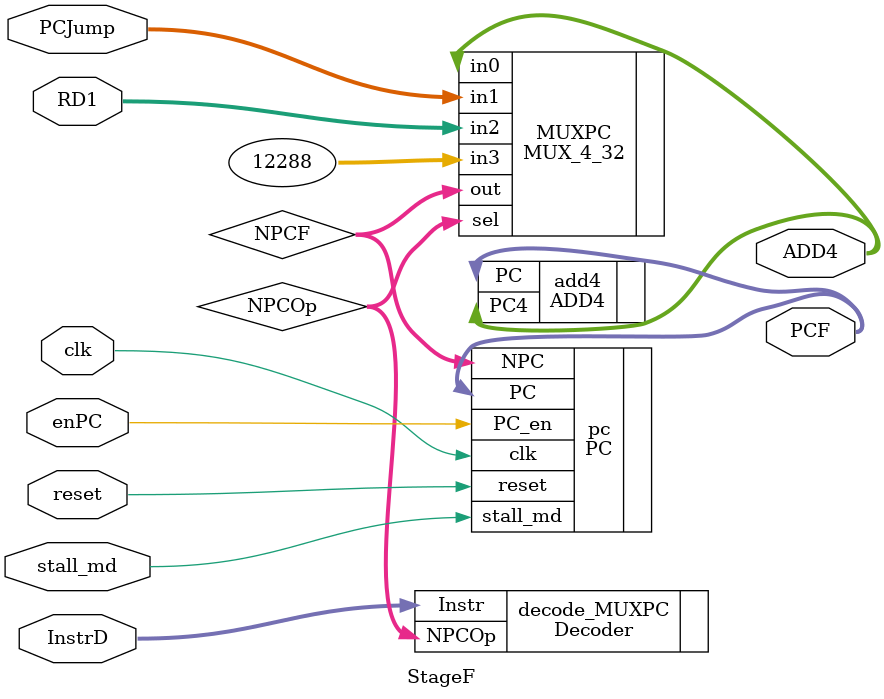
<source format=v>
`timescale 1ns / 1ps


module StageF(
    input [31:0] InstrD,
    input [31:0] PCJump,
    input [31:0] RD1,
    input clk,
    input reset,
    input enPC,
    input stall_md,
    output [31:0] ADD4,
    output [31:0]PCF
    );
    wire [31:0]NPCF;
    wire [1:0]NPCOp;
    Decoder decode_MUXPC(
    	.Instr(InstrD),
    	.NPCOp(NPCOp)
    );
    MUX_4_32 MUXPC(
	   .sel(NPCOp),
	   .in0(ADD4),
	   .in1(PCJump),
	   .in2(RD1),
	   .in3(32'h0000_3000),
	   .out(NPCF)
	);
    PC pc(
        .NPC(NPCF),
        .clk(clk),
        .reset(reset),
        .stall_md(stall_md),
        .PC_en(enPC),
        .PC(PCF)
    );
    ADD4 add4(
        .PC(PCF),
        .PC4(ADD4)
    );
endmodule

</source>
